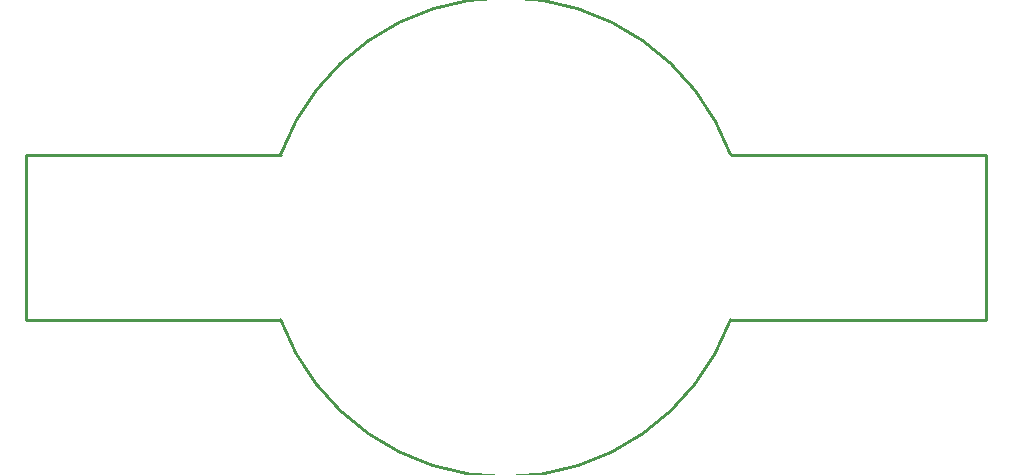
<source format=gko>
G04 Layer_Color=16711935*
%FSLAX24Y24*%
%MOIN*%
G70*
G01*
G75*
%ADD61C,0.0100*%
D61*
X-7500Y-2750D02*
G03*
X7500Y-2750I7500J2750D01*
G01*
Y2750D02*
G03*
X-7500Y2750I-7500J-2750D01*
G01*
X7500D02*
X16000D01*
Y-2750D02*
Y2750D01*
X7500Y-2750D02*
X16000D01*
X-16000D02*
X-7500D01*
X-16000D02*
Y2750D01*
X-7500D01*
M02*

</source>
